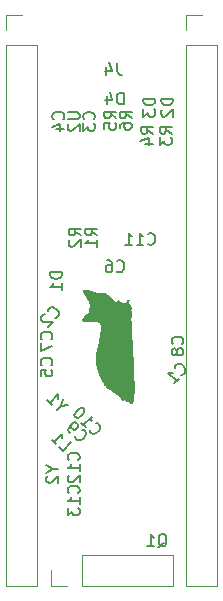
<source format=gbo>
G04 #@! TF.GenerationSoftware,KiCad,Pcbnew,7.0.10*
G04 #@! TF.CreationDate,2024-01-27T03:33:41-06:00*
G04 #@! TF.ProjectId,STM32H503CBT6,53544d33-3248-4353-9033-434254362e6b,rev?*
G04 #@! TF.SameCoordinates,Original*
G04 #@! TF.FileFunction,Legend,Bot*
G04 #@! TF.FilePolarity,Positive*
%FSLAX46Y46*%
G04 Gerber Fmt 4.6, Leading zero omitted, Abs format (unit mm)*
G04 Created by KiCad (PCBNEW 7.0.10) date 2024-01-27 03:33:41*
%MOMM*%
%LPD*%
G01*
G04 APERTURE LIST*
%ADD10C,0.150000*%
%ADD11C,0.120000*%
%ADD12C,0.010000*%
%ADD13O,1.400000X2.500000*%
%ADD14O,1.300000X2.300000*%
%ADD15R,1.700000X1.700000*%
%ADD16O,1.700000X1.700000*%
G04 APERTURE END LIST*
D10*
X89600357Y-89221605D02*
X89263639Y-89558323D01*
X90206448Y-89086918D02*
X89600357Y-89221605D01*
X89600357Y-89221605D02*
X89735044Y-88615514D01*
X88421846Y-88716529D02*
X88825907Y-89120590D01*
X88623876Y-88918559D02*
X89330983Y-88211453D01*
X89330983Y-88211453D02*
X89297311Y-88379811D01*
X89297311Y-88379811D02*
X89297311Y-88514498D01*
X89297311Y-88514498D02*
X89330983Y-88615514D01*
X94254819Y-64833333D02*
X93778628Y-64500000D01*
X94254819Y-64261905D02*
X93254819Y-64261905D01*
X93254819Y-64261905D02*
X93254819Y-64642857D01*
X93254819Y-64642857D02*
X93302438Y-64738095D01*
X93302438Y-64738095D02*
X93350057Y-64785714D01*
X93350057Y-64785714D02*
X93445295Y-64833333D01*
X93445295Y-64833333D02*
X93588152Y-64833333D01*
X93588152Y-64833333D02*
X93683390Y-64785714D01*
X93683390Y-64785714D02*
X93731009Y-64738095D01*
X93731009Y-64738095D02*
X93778628Y-64642857D01*
X93778628Y-64642857D02*
X93778628Y-64261905D01*
X93254819Y-65738095D02*
X93254819Y-65261905D01*
X93254819Y-65261905D02*
X93731009Y-65214286D01*
X93731009Y-65214286D02*
X93683390Y-65261905D01*
X93683390Y-65261905D02*
X93635771Y-65357143D01*
X93635771Y-65357143D02*
X93635771Y-65595238D01*
X93635771Y-65595238D02*
X93683390Y-65690476D01*
X93683390Y-65690476D02*
X93731009Y-65738095D01*
X93731009Y-65738095D02*
X93826247Y-65785714D01*
X93826247Y-65785714D02*
X94064342Y-65785714D01*
X94064342Y-65785714D02*
X94159580Y-65738095D01*
X94159580Y-65738095D02*
X94207200Y-65690476D01*
X94207200Y-65690476D02*
X94254819Y-65595238D01*
X94254819Y-65595238D02*
X94254819Y-65357143D01*
X94254819Y-65357143D02*
X94207200Y-65261905D01*
X94207200Y-65261905D02*
X94159580Y-65214286D01*
X99859580Y-83933333D02*
X99907200Y-83885714D01*
X99907200Y-83885714D02*
X99954819Y-83742857D01*
X99954819Y-83742857D02*
X99954819Y-83647619D01*
X99954819Y-83647619D02*
X99907200Y-83504762D01*
X99907200Y-83504762D02*
X99811961Y-83409524D01*
X99811961Y-83409524D02*
X99716723Y-83361905D01*
X99716723Y-83361905D02*
X99526247Y-83314286D01*
X99526247Y-83314286D02*
X99383390Y-83314286D01*
X99383390Y-83314286D02*
X99192914Y-83361905D01*
X99192914Y-83361905D02*
X99097676Y-83409524D01*
X99097676Y-83409524D02*
X99002438Y-83504762D01*
X99002438Y-83504762D02*
X98954819Y-83647619D01*
X98954819Y-83647619D02*
X98954819Y-83742857D01*
X98954819Y-83742857D02*
X99002438Y-83885714D01*
X99002438Y-83885714D02*
X99050057Y-83933333D01*
X99383390Y-84504762D02*
X99335771Y-84409524D01*
X99335771Y-84409524D02*
X99288152Y-84361905D01*
X99288152Y-84361905D02*
X99192914Y-84314286D01*
X99192914Y-84314286D02*
X99145295Y-84314286D01*
X99145295Y-84314286D02*
X99050057Y-84361905D01*
X99050057Y-84361905D02*
X99002438Y-84409524D01*
X99002438Y-84409524D02*
X98954819Y-84504762D01*
X98954819Y-84504762D02*
X98954819Y-84695238D01*
X98954819Y-84695238D02*
X99002438Y-84790476D01*
X99002438Y-84790476D02*
X99050057Y-84838095D01*
X99050057Y-84838095D02*
X99145295Y-84885714D01*
X99145295Y-84885714D02*
X99192914Y-84885714D01*
X99192914Y-84885714D02*
X99288152Y-84838095D01*
X99288152Y-84838095D02*
X99335771Y-84790476D01*
X99335771Y-84790476D02*
X99383390Y-84695238D01*
X99383390Y-84695238D02*
X99383390Y-84504762D01*
X99383390Y-84504762D02*
X99431009Y-84409524D01*
X99431009Y-84409524D02*
X99478628Y-84361905D01*
X99478628Y-84361905D02*
X99573866Y-84314286D01*
X99573866Y-84314286D02*
X99764342Y-84314286D01*
X99764342Y-84314286D02*
X99859580Y-84361905D01*
X99859580Y-84361905D02*
X99907200Y-84409524D01*
X99907200Y-84409524D02*
X99954819Y-84504762D01*
X99954819Y-84504762D02*
X99954819Y-84695238D01*
X99954819Y-84695238D02*
X99907200Y-84790476D01*
X99907200Y-84790476D02*
X99859580Y-84838095D01*
X99859580Y-84838095D02*
X99764342Y-84885714D01*
X99764342Y-84885714D02*
X99573866Y-84885714D01*
X99573866Y-84885714D02*
X99478628Y-84838095D01*
X99478628Y-84838095D02*
X99431009Y-84790476D01*
X99431009Y-84790476D02*
X99383390Y-84695238D01*
X99054819Y-63161905D02*
X98054819Y-63161905D01*
X98054819Y-63161905D02*
X98054819Y-63400000D01*
X98054819Y-63400000D02*
X98102438Y-63542857D01*
X98102438Y-63542857D02*
X98197676Y-63638095D01*
X98197676Y-63638095D02*
X98292914Y-63685714D01*
X98292914Y-63685714D02*
X98483390Y-63733333D01*
X98483390Y-63733333D02*
X98626247Y-63733333D01*
X98626247Y-63733333D02*
X98816723Y-63685714D01*
X98816723Y-63685714D02*
X98911961Y-63638095D01*
X98911961Y-63638095D02*
X99007200Y-63542857D01*
X99007200Y-63542857D02*
X99054819Y-63400000D01*
X99054819Y-63400000D02*
X99054819Y-63161905D01*
X98150057Y-64114286D02*
X98102438Y-64161905D01*
X98102438Y-64161905D02*
X98054819Y-64257143D01*
X98054819Y-64257143D02*
X98054819Y-64495238D01*
X98054819Y-64495238D02*
X98102438Y-64590476D01*
X98102438Y-64590476D02*
X98150057Y-64638095D01*
X98150057Y-64638095D02*
X98245295Y-64685714D01*
X98245295Y-64685714D02*
X98340533Y-64685714D01*
X98340533Y-64685714D02*
X98483390Y-64638095D01*
X98483390Y-64638095D02*
X99054819Y-64066667D01*
X99054819Y-64066667D02*
X99054819Y-64685714D01*
X97554819Y-63161905D02*
X96554819Y-63161905D01*
X96554819Y-63161905D02*
X96554819Y-63400000D01*
X96554819Y-63400000D02*
X96602438Y-63542857D01*
X96602438Y-63542857D02*
X96697676Y-63638095D01*
X96697676Y-63638095D02*
X96792914Y-63685714D01*
X96792914Y-63685714D02*
X96983390Y-63733333D01*
X96983390Y-63733333D02*
X97126247Y-63733333D01*
X97126247Y-63733333D02*
X97316723Y-63685714D01*
X97316723Y-63685714D02*
X97411961Y-63638095D01*
X97411961Y-63638095D02*
X97507200Y-63542857D01*
X97507200Y-63542857D02*
X97554819Y-63400000D01*
X97554819Y-63400000D02*
X97554819Y-63161905D01*
X96554819Y-64066667D02*
X96554819Y-64685714D01*
X96554819Y-64685714D02*
X96935771Y-64352381D01*
X96935771Y-64352381D02*
X96935771Y-64495238D01*
X96935771Y-64495238D02*
X96983390Y-64590476D01*
X96983390Y-64590476D02*
X97031009Y-64638095D01*
X97031009Y-64638095D02*
X97126247Y-64685714D01*
X97126247Y-64685714D02*
X97364342Y-64685714D01*
X97364342Y-64685714D02*
X97459580Y-64638095D01*
X97459580Y-64638095D02*
X97507200Y-64590476D01*
X97507200Y-64590476D02*
X97554819Y-64495238D01*
X97554819Y-64495238D02*
X97554819Y-64209524D01*
X97554819Y-64209524D02*
X97507200Y-64114286D01*
X97507200Y-64114286D02*
X97459580Y-64066667D01*
X90154819Y-64338095D02*
X90964342Y-64338095D01*
X90964342Y-64338095D02*
X91059580Y-64385714D01*
X91059580Y-64385714D02*
X91107200Y-64433333D01*
X91107200Y-64433333D02*
X91154819Y-64528571D01*
X91154819Y-64528571D02*
X91154819Y-64719047D01*
X91154819Y-64719047D02*
X91107200Y-64814285D01*
X91107200Y-64814285D02*
X91059580Y-64861904D01*
X91059580Y-64861904D02*
X90964342Y-64909523D01*
X90964342Y-64909523D02*
X90154819Y-64909523D01*
X90250057Y-65338095D02*
X90202438Y-65385714D01*
X90202438Y-65385714D02*
X90154819Y-65480952D01*
X90154819Y-65480952D02*
X90154819Y-65719047D01*
X90154819Y-65719047D02*
X90202438Y-65814285D01*
X90202438Y-65814285D02*
X90250057Y-65861904D01*
X90250057Y-65861904D02*
X90345295Y-65909523D01*
X90345295Y-65909523D02*
X90440533Y-65909523D01*
X90440533Y-65909523D02*
X90583390Y-65861904D01*
X90583390Y-65861904D02*
X91154819Y-65290476D01*
X91154819Y-65290476D02*
X91154819Y-65909523D01*
X91059580Y-96557142D02*
X91107200Y-96509523D01*
X91107200Y-96509523D02*
X91154819Y-96366666D01*
X91154819Y-96366666D02*
X91154819Y-96271428D01*
X91154819Y-96271428D02*
X91107200Y-96128571D01*
X91107200Y-96128571D02*
X91011961Y-96033333D01*
X91011961Y-96033333D02*
X90916723Y-95985714D01*
X90916723Y-95985714D02*
X90726247Y-95938095D01*
X90726247Y-95938095D02*
X90583390Y-95938095D01*
X90583390Y-95938095D02*
X90392914Y-95985714D01*
X90392914Y-95985714D02*
X90297676Y-96033333D01*
X90297676Y-96033333D02*
X90202438Y-96128571D01*
X90202438Y-96128571D02*
X90154819Y-96271428D01*
X90154819Y-96271428D02*
X90154819Y-96366666D01*
X90154819Y-96366666D02*
X90202438Y-96509523D01*
X90202438Y-96509523D02*
X90250057Y-96557142D01*
X91154819Y-97509523D02*
X91154819Y-96938095D01*
X91154819Y-97223809D02*
X90154819Y-97223809D01*
X90154819Y-97223809D02*
X90297676Y-97128571D01*
X90297676Y-97128571D02*
X90392914Y-97033333D01*
X90392914Y-97033333D02*
X90440533Y-96938095D01*
X90154819Y-97842857D02*
X90154819Y-98461904D01*
X90154819Y-98461904D02*
X90535771Y-98128571D01*
X90535771Y-98128571D02*
X90535771Y-98271428D01*
X90535771Y-98271428D02*
X90583390Y-98366666D01*
X90583390Y-98366666D02*
X90631009Y-98414285D01*
X90631009Y-98414285D02*
X90726247Y-98461904D01*
X90726247Y-98461904D02*
X90964342Y-98461904D01*
X90964342Y-98461904D02*
X91059580Y-98414285D01*
X91059580Y-98414285D02*
X91107200Y-98366666D01*
X91107200Y-98366666D02*
X91154819Y-98271428D01*
X91154819Y-98271428D02*
X91154819Y-97985714D01*
X91154819Y-97985714D02*
X91107200Y-97890476D01*
X91107200Y-97890476D02*
X91059580Y-97842857D01*
X97795238Y-101150057D02*
X97890476Y-101102438D01*
X97890476Y-101102438D02*
X97985714Y-101007200D01*
X97985714Y-101007200D02*
X98128571Y-100864342D01*
X98128571Y-100864342D02*
X98223809Y-100816723D01*
X98223809Y-100816723D02*
X98319047Y-100816723D01*
X98271428Y-101054819D02*
X98366666Y-101007200D01*
X98366666Y-101007200D02*
X98461904Y-100911961D01*
X98461904Y-100911961D02*
X98509523Y-100721485D01*
X98509523Y-100721485D02*
X98509523Y-100388152D01*
X98509523Y-100388152D02*
X98461904Y-100197676D01*
X98461904Y-100197676D02*
X98366666Y-100102438D01*
X98366666Y-100102438D02*
X98271428Y-100054819D01*
X98271428Y-100054819D02*
X98080952Y-100054819D01*
X98080952Y-100054819D02*
X97985714Y-100102438D01*
X97985714Y-100102438D02*
X97890476Y-100197676D01*
X97890476Y-100197676D02*
X97842857Y-100388152D01*
X97842857Y-100388152D02*
X97842857Y-100721485D01*
X97842857Y-100721485D02*
X97890476Y-100911961D01*
X97890476Y-100911961D02*
X97985714Y-101007200D01*
X97985714Y-101007200D02*
X98080952Y-101054819D01*
X98080952Y-101054819D02*
X98271428Y-101054819D01*
X96890476Y-101054819D02*
X97461904Y-101054819D01*
X97176190Y-101054819D02*
X97176190Y-100054819D01*
X97176190Y-100054819D02*
X97271428Y-100197676D01*
X97271428Y-100197676D02*
X97366666Y-100292914D01*
X97366666Y-100292914D02*
X97461904Y-100340533D01*
X94888094Y-63654819D02*
X94888094Y-62654819D01*
X94888094Y-62654819D02*
X94649999Y-62654819D01*
X94649999Y-62654819D02*
X94507142Y-62702438D01*
X94507142Y-62702438D02*
X94411904Y-62797676D01*
X94411904Y-62797676D02*
X94364285Y-62892914D01*
X94364285Y-62892914D02*
X94316666Y-63083390D01*
X94316666Y-63083390D02*
X94316666Y-63226247D01*
X94316666Y-63226247D02*
X94364285Y-63416723D01*
X94364285Y-63416723D02*
X94411904Y-63511961D01*
X94411904Y-63511961D02*
X94507142Y-63607200D01*
X94507142Y-63607200D02*
X94649999Y-63654819D01*
X94649999Y-63654819D02*
X94888094Y-63654819D01*
X93459523Y-62988152D02*
X93459523Y-63654819D01*
X93697618Y-62607200D02*
X93935713Y-63321485D01*
X93935713Y-63321485D02*
X93316666Y-63321485D01*
X91254819Y-74753333D02*
X90778628Y-74420000D01*
X91254819Y-74181905D02*
X90254819Y-74181905D01*
X90254819Y-74181905D02*
X90254819Y-74562857D01*
X90254819Y-74562857D02*
X90302438Y-74658095D01*
X90302438Y-74658095D02*
X90350057Y-74705714D01*
X90350057Y-74705714D02*
X90445295Y-74753333D01*
X90445295Y-74753333D02*
X90588152Y-74753333D01*
X90588152Y-74753333D02*
X90683390Y-74705714D01*
X90683390Y-74705714D02*
X90731009Y-74658095D01*
X90731009Y-74658095D02*
X90778628Y-74562857D01*
X90778628Y-74562857D02*
X90778628Y-74181905D01*
X90350057Y-75134286D02*
X90302438Y-75181905D01*
X90302438Y-75181905D02*
X90254819Y-75277143D01*
X90254819Y-75277143D02*
X90254819Y-75515238D01*
X90254819Y-75515238D02*
X90302438Y-75610476D01*
X90302438Y-75610476D02*
X90350057Y-75658095D01*
X90350057Y-75658095D02*
X90445295Y-75705714D01*
X90445295Y-75705714D02*
X90540533Y-75705714D01*
X90540533Y-75705714D02*
X90683390Y-75658095D01*
X90683390Y-75658095D02*
X91254819Y-75086667D01*
X91254819Y-75086667D02*
X91254819Y-75705714D01*
X92359580Y-64933333D02*
X92407200Y-64885714D01*
X92407200Y-64885714D02*
X92454819Y-64742857D01*
X92454819Y-64742857D02*
X92454819Y-64647619D01*
X92454819Y-64647619D02*
X92407200Y-64504762D01*
X92407200Y-64504762D02*
X92311961Y-64409524D01*
X92311961Y-64409524D02*
X92216723Y-64361905D01*
X92216723Y-64361905D02*
X92026247Y-64314286D01*
X92026247Y-64314286D02*
X91883390Y-64314286D01*
X91883390Y-64314286D02*
X91692914Y-64361905D01*
X91692914Y-64361905D02*
X91597676Y-64409524D01*
X91597676Y-64409524D02*
X91502438Y-64504762D01*
X91502438Y-64504762D02*
X91454819Y-64647619D01*
X91454819Y-64647619D02*
X91454819Y-64742857D01*
X91454819Y-64742857D02*
X91502438Y-64885714D01*
X91502438Y-64885714D02*
X91550057Y-64933333D01*
X91454819Y-65266667D02*
X91454819Y-65885714D01*
X91454819Y-65885714D02*
X91835771Y-65552381D01*
X91835771Y-65552381D02*
X91835771Y-65695238D01*
X91835771Y-65695238D02*
X91883390Y-65790476D01*
X91883390Y-65790476D02*
X91931009Y-65838095D01*
X91931009Y-65838095D02*
X92026247Y-65885714D01*
X92026247Y-65885714D02*
X92264342Y-65885714D01*
X92264342Y-65885714D02*
X92359580Y-65838095D01*
X92359580Y-65838095D02*
X92407200Y-65790476D01*
X92407200Y-65790476D02*
X92454819Y-65695238D01*
X92454819Y-65695238D02*
X92454819Y-65409524D01*
X92454819Y-65409524D02*
X92407200Y-65314286D01*
X92407200Y-65314286D02*
X92359580Y-65266667D01*
X90763588Y-91772112D02*
X90763588Y-91839456D01*
X90763588Y-91839456D02*
X90830932Y-91974143D01*
X90830932Y-91974143D02*
X90898275Y-92041486D01*
X90898275Y-92041486D02*
X91032962Y-92108830D01*
X91032962Y-92108830D02*
X91167649Y-92108830D01*
X91167649Y-92108830D02*
X91268664Y-92075158D01*
X91268664Y-92075158D02*
X91437023Y-91974143D01*
X91437023Y-91974143D02*
X91538038Y-91873128D01*
X91538038Y-91873128D02*
X91639054Y-91704769D01*
X91639054Y-91704769D02*
X91672725Y-91603754D01*
X91672725Y-91603754D02*
X91672725Y-91469067D01*
X91672725Y-91469067D02*
X91605382Y-91334380D01*
X91605382Y-91334380D02*
X91538038Y-91267036D01*
X91538038Y-91267036D02*
X91403351Y-91199693D01*
X91403351Y-91199693D02*
X91336008Y-91199693D01*
X90359527Y-91502738D02*
X90224840Y-91368051D01*
X90224840Y-91368051D02*
X90191168Y-91267036D01*
X90191168Y-91267036D02*
X90191168Y-91199693D01*
X90191168Y-91199693D02*
X90224840Y-91031334D01*
X90224840Y-91031334D02*
X90325855Y-90862975D01*
X90325855Y-90862975D02*
X90595229Y-90593601D01*
X90595229Y-90593601D02*
X90696245Y-90559929D01*
X90696245Y-90559929D02*
X90763588Y-90559929D01*
X90763588Y-90559929D02*
X90864603Y-90593601D01*
X90864603Y-90593601D02*
X90999290Y-90728288D01*
X90999290Y-90728288D02*
X91032962Y-90829303D01*
X91032962Y-90829303D02*
X91032962Y-90896647D01*
X91032962Y-90896647D02*
X90999290Y-90997662D01*
X90999290Y-90997662D02*
X90830932Y-91166021D01*
X90830932Y-91166021D02*
X90729916Y-91199693D01*
X90729916Y-91199693D02*
X90662573Y-91199693D01*
X90662573Y-91199693D02*
X90561558Y-91166021D01*
X90561558Y-91166021D02*
X90426871Y-91031334D01*
X90426871Y-91031334D02*
X90393199Y-90930319D01*
X90393199Y-90930319D02*
X90393199Y-90862975D01*
X90393199Y-90862975D02*
X90426871Y-90761960D01*
X88759580Y-83533333D02*
X88807200Y-83485714D01*
X88807200Y-83485714D02*
X88854819Y-83342857D01*
X88854819Y-83342857D02*
X88854819Y-83247619D01*
X88854819Y-83247619D02*
X88807200Y-83104762D01*
X88807200Y-83104762D02*
X88711961Y-83009524D01*
X88711961Y-83009524D02*
X88616723Y-82961905D01*
X88616723Y-82961905D02*
X88426247Y-82914286D01*
X88426247Y-82914286D02*
X88283390Y-82914286D01*
X88283390Y-82914286D02*
X88092914Y-82961905D01*
X88092914Y-82961905D02*
X87997676Y-83009524D01*
X87997676Y-83009524D02*
X87902438Y-83104762D01*
X87902438Y-83104762D02*
X87854819Y-83247619D01*
X87854819Y-83247619D02*
X87854819Y-83342857D01*
X87854819Y-83342857D02*
X87902438Y-83485714D01*
X87902438Y-83485714D02*
X87950057Y-83533333D01*
X87854819Y-83866667D02*
X87854819Y-84533333D01*
X87854819Y-84533333D02*
X88854819Y-84104762D01*
X91059580Y-93757142D02*
X91107200Y-93709523D01*
X91107200Y-93709523D02*
X91154819Y-93566666D01*
X91154819Y-93566666D02*
X91154819Y-93471428D01*
X91154819Y-93471428D02*
X91107200Y-93328571D01*
X91107200Y-93328571D02*
X91011961Y-93233333D01*
X91011961Y-93233333D02*
X90916723Y-93185714D01*
X90916723Y-93185714D02*
X90726247Y-93138095D01*
X90726247Y-93138095D02*
X90583390Y-93138095D01*
X90583390Y-93138095D02*
X90392914Y-93185714D01*
X90392914Y-93185714D02*
X90297676Y-93233333D01*
X90297676Y-93233333D02*
X90202438Y-93328571D01*
X90202438Y-93328571D02*
X90154819Y-93471428D01*
X90154819Y-93471428D02*
X90154819Y-93566666D01*
X90154819Y-93566666D02*
X90202438Y-93709523D01*
X90202438Y-93709523D02*
X90250057Y-93757142D01*
X91154819Y-94709523D02*
X91154819Y-94138095D01*
X91154819Y-94423809D02*
X90154819Y-94423809D01*
X90154819Y-94423809D02*
X90297676Y-94328571D01*
X90297676Y-94328571D02*
X90392914Y-94233333D01*
X90392914Y-94233333D02*
X90440533Y-94138095D01*
X90250057Y-95090476D02*
X90202438Y-95138095D01*
X90202438Y-95138095D02*
X90154819Y-95233333D01*
X90154819Y-95233333D02*
X90154819Y-95471428D01*
X90154819Y-95471428D02*
X90202438Y-95566666D01*
X90202438Y-95566666D02*
X90250057Y-95614285D01*
X90250057Y-95614285D02*
X90345295Y-95661904D01*
X90345295Y-95661904D02*
X90440533Y-95661904D01*
X90440533Y-95661904D02*
X90583390Y-95614285D01*
X90583390Y-95614285D02*
X91154819Y-95042857D01*
X91154819Y-95042857D02*
X91154819Y-95661904D01*
X96942857Y-75459580D02*
X96990476Y-75507200D01*
X96990476Y-75507200D02*
X97133333Y-75554819D01*
X97133333Y-75554819D02*
X97228571Y-75554819D01*
X97228571Y-75554819D02*
X97371428Y-75507200D01*
X97371428Y-75507200D02*
X97466666Y-75411961D01*
X97466666Y-75411961D02*
X97514285Y-75316723D01*
X97514285Y-75316723D02*
X97561904Y-75126247D01*
X97561904Y-75126247D02*
X97561904Y-74983390D01*
X97561904Y-74983390D02*
X97514285Y-74792914D01*
X97514285Y-74792914D02*
X97466666Y-74697676D01*
X97466666Y-74697676D02*
X97371428Y-74602438D01*
X97371428Y-74602438D02*
X97228571Y-74554819D01*
X97228571Y-74554819D02*
X97133333Y-74554819D01*
X97133333Y-74554819D02*
X96990476Y-74602438D01*
X96990476Y-74602438D02*
X96942857Y-74650057D01*
X95990476Y-75554819D02*
X96561904Y-75554819D01*
X96276190Y-75554819D02*
X96276190Y-74554819D01*
X96276190Y-74554819D02*
X96371428Y-74697676D01*
X96371428Y-74697676D02*
X96466666Y-74792914D01*
X96466666Y-74792914D02*
X96561904Y-74840533D01*
X95038095Y-75554819D02*
X95609523Y-75554819D01*
X95323809Y-75554819D02*
X95323809Y-74554819D01*
X95323809Y-74554819D02*
X95419047Y-74697676D01*
X95419047Y-74697676D02*
X95514285Y-74792914D01*
X95514285Y-74792914D02*
X95609523Y-74840533D01*
X92000306Y-91208830D02*
X92000306Y-91276174D01*
X92000306Y-91276174D02*
X92067650Y-91410861D01*
X92067650Y-91410861D02*
X92134993Y-91478204D01*
X92134993Y-91478204D02*
X92269680Y-91545548D01*
X92269680Y-91545548D02*
X92404367Y-91545548D01*
X92404367Y-91545548D02*
X92505382Y-91511876D01*
X92505382Y-91511876D02*
X92673741Y-91410861D01*
X92673741Y-91410861D02*
X92774756Y-91309846D01*
X92774756Y-91309846D02*
X92875772Y-91141487D01*
X92875772Y-91141487D02*
X92909443Y-91040472D01*
X92909443Y-91040472D02*
X92909443Y-90905785D01*
X92909443Y-90905785D02*
X92842100Y-90771098D01*
X92842100Y-90771098D02*
X92774756Y-90703754D01*
X92774756Y-90703754D02*
X92640069Y-90636411D01*
X92640069Y-90636411D02*
X92572726Y-90636411D01*
X91259528Y-90602739D02*
X91663589Y-91006800D01*
X91461558Y-90804769D02*
X92168665Y-90097663D01*
X92168665Y-90097663D02*
X92134993Y-90266021D01*
X92134993Y-90266021D02*
X92134993Y-90400708D01*
X92134993Y-90400708D02*
X92168665Y-90501724D01*
X91528901Y-89457899D02*
X91461558Y-89390556D01*
X91461558Y-89390556D02*
X91360543Y-89356884D01*
X91360543Y-89356884D02*
X91293199Y-89356884D01*
X91293199Y-89356884D02*
X91192184Y-89390556D01*
X91192184Y-89390556D02*
X91023825Y-89491571D01*
X91023825Y-89491571D02*
X90855466Y-89659930D01*
X90855466Y-89659930D02*
X90754451Y-89828288D01*
X90754451Y-89828288D02*
X90720779Y-89929304D01*
X90720779Y-89929304D02*
X90720779Y-89996647D01*
X90720779Y-89996647D02*
X90754451Y-90097662D01*
X90754451Y-90097662D02*
X90821795Y-90165006D01*
X90821795Y-90165006D02*
X90922810Y-90198678D01*
X90922810Y-90198678D02*
X90990153Y-90198678D01*
X90990153Y-90198678D02*
X91091169Y-90165006D01*
X91091169Y-90165006D02*
X91259527Y-90063991D01*
X91259527Y-90063991D02*
X91427886Y-89895632D01*
X91427886Y-89895632D02*
X91528901Y-89727273D01*
X91528901Y-89727273D02*
X91562573Y-89626258D01*
X91562573Y-89626258D02*
X91562573Y-89558914D01*
X91562573Y-89558914D02*
X91528901Y-89457899D01*
X88878628Y-94523809D02*
X89354819Y-94523809D01*
X88354819Y-94190476D02*
X88878628Y-94523809D01*
X88878628Y-94523809D02*
X88354819Y-94857142D01*
X88450057Y-95142857D02*
X88402438Y-95190476D01*
X88402438Y-95190476D02*
X88354819Y-95285714D01*
X88354819Y-95285714D02*
X88354819Y-95523809D01*
X88354819Y-95523809D02*
X88402438Y-95619047D01*
X88402438Y-95619047D02*
X88450057Y-95666666D01*
X88450057Y-95666666D02*
X88545295Y-95714285D01*
X88545295Y-95714285D02*
X88640533Y-95714285D01*
X88640533Y-95714285D02*
X88783390Y-95666666D01*
X88783390Y-95666666D02*
X89354819Y-95095238D01*
X89354819Y-95095238D02*
X89354819Y-95714285D01*
X95554819Y-64833333D02*
X95078628Y-64500000D01*
X95554819Y-64261905D02*
X94554819Y-64261905D01*
X94554819Y-64261905D02*
X94554819Y-64642857D01*
X94554819Y-64642857D02*
X94602438Y-64738095D01*
X94602438Y-64738095D02*
X94650057Y-64785714D01*
X94650057Y-64785714D02*
X94745295Y-64833333D01*
X94745295Y-64833333D02*
X94888152Y-64833333D01*
X94888152Y-64833333D02*
X94983390Y-64785714D01*
X94983390Y-64785714D02*
X95031009Y-64738095D01*
X95031009Y-64738095D02*
X95078628Y-64642857D01*
X95078628Y-64642857D02*
X95078628Y-64261905D01*
X94554819Y-65690476D02*
X94554819Y-65500000D01*
X94554819Y-65500000D02*
X94602438Y-65404762D01*
X94602438Y-65404762D02*
X94650057Y-65357143D01*
X94650057Y-65357143D02*
X94792914Y-65261905D01*
X94792914Y-65261905D02*
X94983390Y-65214286D01*
X94983390Y-65214286D02*
X95364342Y-65214286D01*
X95364342Y-65214286D02*
X95459580Y-65261905D01*
X95459580Y-65261905D02*
X95507200Y-65309524D01*
X95507200Y-65309524D02*
X95554819Y-65404762D01*
X95554819Y-65404762D02*
X95554819Y-65595238D01*
X95554819Y-65595238D02*
X95507200Y-65690476D01*
X95507200Y-65690476D02*
X95459580Y-65738095D01*
X95459580Y-65738095D02*
X95364342Y-65785714D01*
X95364342Y-65785714D02*
X95126247Y-65785714D01*
X95126247Y-65785714D02*
X95031009Y-65738095D01*
X95031009Y-65738095D02*
X94983390Y-65690476D01*
X94983390Y-65690476D02*
X94935771Y-65595238D01*
X94935771Y-65595238D02*
X94935771Y-65404762D01*
X94935771Y-65404762D02*
X94983390Y-65309524D01*
X94983390Y-65309524D02*
X95031009Y-65261905D01*
X95031009Y-65261905D02*
X95126247Y-65214286D01*
X99772112Y-86536411D02*
X99839456Y-86536411D01*
X99839456Y-86536411D02*
X99974143Y-86469067D01*
X99974143Y-86469067D02*
X100041486Y-86401724D01*
X100041486Y-86401724D02*
X100108830Y-86267037D01*
X100108830Y-86267037D02*
X100108830Y-86132350D01*
X100108830Y-86132350D02*
X100075158Y-86031335D01*
X100075158Y-86031335D02*
X99974143Y-85862976D01*
X99974143Y-85862976D02*
X99873128Y-85761961D01*
X99873128Y-85761961D02*
X99704769Y-85660945D01*
X99704769Y-85660945D02*
X99603754Y-85627274D01*
X99603754Y-85627274D02*
X99469067Y-85627274D01*
X99469067Y-85627274D02*
X99334380Y-85694617D01*
X99334380Y-85694617D02*
X99267036Y-85761961D01*
X99267036Y-85761961D02*
X99199693Y-85896648D01*
X99199693Y-85896648D02*
X99199693Y-85963991D01*
X99166021Y-87277189D02*
X99570082Y-86873128D01*
X99368051Y-87075159D02*
X98660945Y-86368052D01*
X98660945Y-86368052D02*
X98829303Y-86401724D01*
X98829303Y-86401724D02*
X98963990Y-86401724D01*
X98963990Y-86401724D02*
X99065006Y-86368052D01*
X97354819Y-66133333D02*
X96878628Y-65800000D01*
X97354819Y-65561905D02*
X96354819Y-65561905D01*
X96354819Y-65561905D02*
X96354819Y-65942857D01*
X96354819Y-65942857D02*
X96402438Y-66038095D01*
X96402438Y-66038095D02*
X96450057Y-66085714D01*
X96450057Y-66085714D02*
X96545295Y-66133333D01*
X96545295Y-66133333D02*
X96688152Y-66133333D01*
X96688152Y-66133333D02*
X96783390Y-66085714D01*
X96783390Y-66085714D02*
X96831009Y-66038095D01*
X96831009Y-66038095D02*
X96878628Y-65942857D01*
X96878628Y-65942857D02*
X96878628Y-65561905D01*
X96688152Y-66990476D02*
X97354819Y-66990476D01*
X96307200Y-66752381D02*
X97021485Y-66514286D01*
X97021485Y-66514286D02*
X97021485Y-67133333D01*
X98954819Y-66123333D02*
X98478628Y-65790000D01*
X98954819Y-65551905D02*
X97954819Y-65551905D01*
X97954819Y-65551905D02*
X97954819Y-65932857D01*
X97954819Y-65932857D02*
X98002438Y-66028095D01*
X98002438Y-66028095D02*
X98050057Y-66075714D01*
X98050057Y-66075714D02*
X98145295Y-66123333D01*
X98145295Y-66123333D02*
X98288152Y-66123333D01*
X98288152Y-66123333D02*
X98383390Y-66075714D01*
X98383390Y-66075714D02*
X98431009Y-66028095D01*
X98431009Y-66028095D02*
X98478628Y-65932857D01*
X98478628Y-65932857D02*
X98478628Y-65551905D01*
X97954819Y-66456667D02*
X97954819Y-67075714D01*
X97954819Y-67075714D02*
X98335771Y-66742381D01*
X98335771Y-66742381D02*
X98335771Y-66885238D01*
X98335771Y-66885238D02*
X98383390Y-66980476D01*
X98383390Y-66980476D02*
X98431009Y-67028095D01*
X98431009Y-67028095D02*
X98526247Y-67075714D01*
X98526247Y-67075714D02*
X98764342Y-67075714D01*
X98764342Y-67075714D02*
X98859580Y-67028095D01*
X98859580Y-67028095D02*
X98907200Y-66980476D01*
X98907200Y-66980476D02*
X98954819Y-66885238D01*
X98954819Y-66885238D02*
X98954819Y-66599524D01*
X98954819Y-66599524D02*
X98907200Y-66504286D01*
X98907200Y-66504286D02*
X98859580Y-66456667D01*
X89759580Y-64913333D02*
X89807200Y-64865714D01*
X89807200Y-64865714D02*
X89854819Y-64722857D01*
X89854819Y-64722857D02*
X89854819Y-64627619D01*
X89854819Y-64627619D02*
X89807200Y-64484762D01*
X89807200Y-64484762D02*
X89711961Y-64389524D01*
X89711961Y-64389524D02*
X89616723Y-64341905D01*
X89616723Y-64341905D02*
X89426247Y-64294286D01*
X89426247Y-64294286D02*
X89283390Y-64294286D01*
X89283390Y-64294286D02*
X89092914Y-64341905D01*
X89092914Y-64341905D02*
X88997676Y-64389524D01*
X88997676Y-64389524D02*
X88902438Y-64484762D01*
X88902438Y-64484762D02*
X88854819Y-64627619D01*
X88854819Y-64627619D02*
X88854819Y-64722857D01*
X88854819Y-64722857D02*
X88902438Y-64865714D01*
X88902438Y-64865714D02*
X88950057Y-64913333D01*
X89188152Y-65770476D02*
X89854819Y-65770476D01*
X88807200Y-65532381D02*
X89521485Y-65294286D01*
X89521485Y-65294286D02*
X89521485Y-65913333D01*
X89396245Y-92639456D02*
X89732962Y-92976174D01*
X89732962Y-92976174D02*
X90440069Y-92269067D01*
X88790153Y-92033364D02*
X89194214Y-92437425D01*
X88992184Y-92235395D02*
X89699290Y-91528288D01*
X89699290Y-91528288D02*
X89665619Y-91696647D01*
X89665619Y-91696647D02*
X89665619Y-91831334D01*
X89665619Y-91831334D02*
X89699290Y-91932349D01*
X89072112Y-81736411D02*
X89139456Y-81736411D01*
X89139456Y-81736411D02*
X89274143Y-81669067D01*
X89274143Y-81669067D02*
X89341486Y-81601724D01*
X89341486Y-81601724D02*
X89408830Y-81467037D01*
X89408830Y-81467037D02*
X89408830Y-81332350D01*
X89408830Y-81332350D02*
X89375158Y-81231335D01*
X89375158Y-81231335D02*
X89274143Y-81062976D01*
X89274143Y-81062976D02*
X89173128Y-80961961D01*
X89173128Y-80961961D02*
X89004769Y-80860945D01*
X89004769Y-80860945D02*
X88903754Y-80827274D01*
X88903754Y-80827274D02*
X88769067Y-80827274D01*
X88769067Y-80827274D02*
X88634380Y-80894617D01*
X88634380Y-80894617D02*
X88567036Y-80961961D01*
X88567036Y-80961961D02*
X88499693Y-81096648D01*
X88499693Y-81096648D02*
X88499693Y-81163991D01*
X88230319Y-81433365D02*
X88162975Y-81433365D01*
X88162975Y-81433365D02*
X88061960Y-81467037D01*
X88061960Y-81467037D02*
X87893601Y-81635396D01*
X87893601Y-81635396D02*
X87859929Y-81736411D01*
X87859929Y-81736411D02*
X87859929Y-81803754D01*
X87859929Y-81803754D02*
X87893601Y-81904770D01*
X87893601Y-81904770D02*
X87960945Y-81972113D01*
X87960945Y-81972113D02*
X88095632Y-82039457D01*
X88095632Y-82039457D02*
X88903754Y-82039457D01*
X88903754Y-82039457D02*
X88466021Y-82477189D01*
X89654819Y-77861905D02*
X88654819Y-77861905D01*
X88654819Y-77861905D02*
X88654819Y-78100000D01*
X88654819Y-78100000D02*
X88702438Y-78242857D01*
X88702438Y-78242857D02*
X88797676Y-78338095D01*
X88797676Y-78338095D02*
X88892914Y-78385714D01*
X88892914Y-78385714D02*
X89083390Y-78433333D01*
X89083390Y-78433333D02*
X89226247Y-78433333D01*
X89226247Y-78433333D02*
X89416723Y-78385714D01*
X89416723Y-78385714D02*
X89511961Y-78338095D01*
X89511961Y-78338095D02*
X89607200Y-78242857D01*
X89607200Y-78242857D02*
X89654819Y-78100000D01*
X89654819Y-78100000D02*
X89654819Y-77861905D01*
X89654819Y-79385714D02*
X89654819Y-78814286D01*
X89654819Y-79100000D02*
X88654819Y-79100000D01*
X88654819Y-79100000D02*
X88797676Y-79004762D01*
X88797676Y-79004762D02*
X88892914Y-78909524D01*
X88892914Y-78909524D02*
X88940533Y-78814286D01*
X92654819Y-74753333D02*
X92178628Y-74420000D01*
X92654819Y-74181905D02*
X91654819Y-74181905D01*
X91654819Y-74181905D02*
X91654819Y-74562857D01*
X91654819Y-74562857D02*
X91702438Y-74658095D01*
X91702438Y-74658095D02*
X91750057Y-74705714D01*
X91750057Y-74705714D02*
X91845295Y-74753333D01*
X91845295Y-74753333D02*
X91988152Y-74753333D01*
X91988152Y-74753333D02*
X92083390Y-74705714D01*
X92083390Y-74705714D02*
X92131009Y-74658095D01*
X92131009Y-74658095D02*
X92178628Y-74562857D01*
X92178628Y-74562857D02*
X92178628Y-74181905D01*
X92654819Y-75705714D02*
X92654819Y-75134286D01*
X92654819Y-75420000D02*
X91654819Y-75420000D01*
X91654819Y-75420000D02*
X91797676Y-75324762D01*
X91797676Y-75324762D02*
X91892914Y-75229524D01*
X91892914Y-75229524D02*
X91940533Y-75134286D01*
X94316666Y-77759580D02*
X94364285Y-77807200D01*
X94364285Y-77807200D02*
X94507142Y-77854819D01*
X94507142Y-77854819D02*
X94602380Y-77854819D01*
X94602380Y-77854819D02*
X94745237Y-77807200D01*
X94745237Y-77807200D02*
X94840475Y-77711961D01*
X94840475Y-77711961D02*
X94888094Y-77616723D01*
X94888094Y-77616723D02*
X94935713Y-77426247D01*
X94935713Y-77426247D02*
X94935713Y-77283390D01*
X94935713Y-77283390D02*
X94888094Y-77092914D01*
X94888094Y-77092914D02*
X94840475Y-76997676D01*
X94840475Y-76997676D02*
X94745237Y-76902438D01*
X94745237Y-76902438D02*
X94602380Y-76854819D01*
X94602380Y-76854819D02*
X94507142Y-76854819D01*
X94507142Y-76854819D02*
X94364285Y-76902438D01*
X94364285Y-76902438D02*
X94316666Y-76950057D01*
X93459523Y-76854819D02*
X93649999Y-76854819D01*
X93649999Y-76854819D02*
X93745237Y-76902438D01*
X93745237Y-76902438D02*
X93792856Y-76950057D01*
X93792856Y-76950057D02*
X93888094Y-77092914D01*
X93888094Y-77092914D02*
X93935713Y-77283390D01*
X93935713Y-77283390D02*
X93935713Y-77664342D01*
X93935713Y-77664342D02*
X93888094Y-77759580D01*
X93888094Y-77759580D02*
X93840475Y-77807200D01*
X93840475Y-77807200D02*
X93745237Y-77854819D01*
X93745237Y-77854819D02*
X93554761Y-77854819D01*
X93554761Y-77854819D02*
X93459523Y-77807200D01*
X93459523Y-77807200D02*
X93411904Y-77759580D01*
X93411904Y-77759580D02*
X93364285Y-77664342D01*
X93364285Y-77664342D02*
X93364285Y-77426247D01*
X93364285Y-77426247D02*
X93411904Y-77331009D01*
X93411904Y-77331009D02*
X93459523Y-77283390D01*
X93459523Y-77283390D02*
X93554761Y-77235771D01*
X93554761Y-77235771D02*
X93745237Y-77235771D01*
X93745237Y-77235771D02*
X93840475Y-77283390D01*
X93840475Y-77283390D02*
X93888094Y-77331009D01*
X93888094Y-77331009D02*
X93935713Y-77426247D01*
X94333333Y-60154819D02*
X94333333Y-60869104D01*
X94333333Y-60869104D02*
X94380952Y-61011961D01*
X94380952Y-61011961D02*
X94476190Y-61107200D01*
X94476190Y-61107200D02*
X94619047Y-61154819D01*
X94619047Y-61154819D02*
X94714285Y-61154819D01*
X93428571Y-60488152D02*
X93428571Y-61154819D01*
X93666666Y-60107200D02*
X93904761Y-60821485D01*
X93904761Y-60821485D02*
X93285714Y-60821485D01*
X88759580Y-85733333D02*
X88807200Y-85685714D01*
X88807200Y-85685714D02*
X88854819Y-85542857D01*
X88854819Y-85542857D02*
X88854819Y-85447619D01*
X88854819Y-85447619D02*
X88807200Y-85304762D01*
X88807200Y-85304762D02*
X88711961Y-85209524D01*
X88711961Y-85209524D02*
X88616723Y-85161905D01*
X88616723Y-85161905D02*
X88426247Y-85114286D01*
X88426247Y-85114286D02*
X88283390Y-85114286D01*
X88283390Y-85114286D02*
X88092914Y-85161905D01*
X88092914Y-85161905D02*
X87997676Y-85209524D01*
X87997676Y-85209524D02*
X87902438Y-85304762D01*
X87902438Y-85304762D02*
X87854819Y-85447619D01*
X87854819Y-85447619D02*
X87854819Y-85542857D01*
X87854819Y-85542857D02*
X87902438Y-85685714D01*
X87902438Y-85685714D02*
X87950057Y-85733333D01*
X87854819Y-86638095D02*
X87854819Y-86161905D01*
X87854819Y-86161905D02*
X88331009Y-86114286D01*
X88331009Y-86114286D02*
X88283390Y-86161905D01*
X88283390Y-86161905D02*
X88235771Y-86257143D01*
X88235771Y-86257143D02*
X88235771Y-86495238D01*
X88235771Y-86495238D02*
X88283390Y-86590476D01*
X88283390Y-86590476D02*
X88331009Y-86638095D01*
X88331009Y-86638095D02*
X88426247Y-86685714D01*
X88426247Y-86685714D02*
X88664342Y-86685714D01*
X88664342Y-86685714D02*
X88759580Y-86638095D01*
X88759580Y-86638095D02*
X88807200Y-86590476D01*
X88807200Y-86590476D02*
X88854819Y-86495238D01*
X88854819Y-86495238D02*
X88854819Y-86257143D01*
X88854819Y-86257143D02*
X88807200Y-86161905D01*
X88807200Y-86161905D02*
X88759580Y-86114286D01*
D11*
X99030000Y-101770000D02*
X99030000Y-104430000D01*
X91350000Y-101770000D02*
X99030000Y-101770000D01*
X91350000Y-101770000D02*
X91350000Y-104430000D01*
X88750000Y-103100000D02*
X88750000Y-104430000D01*
X91350000Y-104430000D02*
X99030000Y-104430000D01*
X88750000Y-104430000D02*
X90080000Y-104430000D01*
D12*
X95588444Y-84719667D02*
X95574333Y-84733778D01*
X95560222Y-84719667D01*
X95574333Y-84705556D01*
X95588444Y-84719667D01*
G36*
X95588444Y-84719667D02*
G01*
X95574333Y-84733778D01*
X95560222Y-84719667D01*
X95574333Y-84705556D01*
X95588444Y-84719667D01*
G37*
X91822496Y-79368209D02*
X91832254Y-79369688D01*
X91950365Y-79391379D01*
X92056134Y-79416888D01*
X92127704Y-79441001D01*
X92133902Y-79443457D01*
X92333964Y-79522725D01*
X92598893Y-79589992D01*
X92893222Y-79624375D01*
X93040400Y-79636912D01*
X93210959Y-79665281D01*
X93361455Y-79712031D01*
X93502411Y-79782709D01*
X93644347Y-79882862D01*
X93660598Y-79897179D01*
X93797786Y-80018038D01*
X93973249Y-80193783D01*
X94019626Y-80240565D01*
X94101802Y-80316082D01*
X94168523Y-80368151D01*
X94208596Y-80387556D01*
X94259659Y-80366872D01*
X94313402Y-80317000D01*
X94344669Y-80279985D01*
X94387136Y-80251920D01*
X94429692Y-80268546D01*
X94487777Y-80331111D01*
X94499603Y-80344634D01*
X94558638Y-80395281D01*
X94608813Y-80415778D01*
X94610053Y-80415790D01*
X94671031Y-80429083D01*
X94745206Y-80459884D01*
X94818677Y-80486762D01*
X94866128Y-80474421D01*
X94870810Y-80471001D01*
X94927241Y-80448018D01*
X95005975Y-80431509D01*
X95070022Y-80421683D01*
X95131754Y-80400329D01*
X95158998Y-80361375D01*
X95160447Y-80345222D01*
X95193333Y-80345222D01*
X95207444Y-80359334D01*
X95221555Y-80345222D01*
X95207444Y-80331111D01*
X95193333Y-80345222D01*
X95160447Y-80345222D01*
X95165111Y-80293211D01*
X95168570Y-80238639D01*
X95191272Y-80208656D01*
X95207444Y-80207133D01*
X95249685Y-80203155D01*
X95250592Y-80203166D01*
X95309742Y-80212224D01*
X95334352Y-80232334D01*
X95332022Y-80242530D01*
X95299645Y-80260556D01*
X95291261Y-80263497D01*
X95265343Y-80302858D01*
X95245646Y-80373445D01*
X95237839Y-80439937D01*
X95248482Y-80493172D01*
X95287501Y-80535095D01*
X95298705Y-80545478D01*
X95324495Y-80569377D01*
X95328671Y-80584484D01*
X95326163Y-80586098D01*
X95339213Y-80613110D01*
X95380029Y-80662722D01*
X95385557Y-80668747D01*
X95445005Y-80733740D01*
X95491635Y-80785034D01*
X95491835Y-80785257D01*
X95517504Y-80832810D01*
X95531084Y-80893602D01*
X95532223Y-80950620D01*
X95520571Y-80986854D01*
X95495775Y-80985292D01*
X95474409Y-80972967D01*
X95418164Y-80982044D01*
X95403010Y-80993422D01*
X95397425Y-81019087D01*
X95435550Y-81058041D01*
X95460357Y-81083731D01*
X95482261Y-81130205D01*
X95494228Y-81203698D01*
X95499879Y-81318889D01*
X95500930Y-81369398D01*
X95498035Y-81558533D01*
X95482559Y-81695643D01*
X95454058Y-81783271D01*
X95412091Y-81823963D01*
X95374201Y-81840858D01*
X95374745Y-81861280D01*
X95415819Y-81902432D01*
X95453756Y-81953658D01*
X95476860Y-82041404D01*
X95476595Y-82223622D01*
X95477733Y-82451306D01*
X95480568Y-82637849D01*
X95485007Y-82779429D01*
X95490955Y-82872224D01*
X95498318Y-82912412D01*
X95500095Y-82916619D01*
X95508963Y-82965914D01*
X95519105Y-83057583D01*
X95529403Y-83180282D01*
X95538740Y-83322667D01*
X95538907Y-83325599D01*
X95548378Y-83488520D01*
X95558101Y-83651245D01*
X95566944Y-83795052D01*
X95573773Y-83901222D01*
X95583853Y-84081111D01*
X95589814Y-84262685D01*
X95590744Y-84422409D01*
X95586745Y-84551682D01*
X95577921Y-84641902D01*
X95564375Y-84684469D01*
X95548593Y-84711526D01*
X95567949Y-84758146D01*
X95575846Y-84768130D01*
X95585205Y-84790026D01*
X95549174Y-84780749D01*
X95540864Y-84777707D01*
X95512223Y-84773007D01*
X95527763Y-84799229D01*
X95541844Y-84822435D01*
X95541162Y-84856319D01*
X95538646Y-84866368D01*
X95569629Y-84874889D01*
X95597899Y-84878838D01*
X95614238Y-84906630D01*
X95581388Y-84958052D01*
X95580006Y-84959544D01*
X95560228Y-84984604D01*
X95581388Y-84976142D01*
X95604455Y-84973026D01*
X95616666Y-85011983D01*
X95622619Y-85045183D01*
X95651160Y-85079239D01*
X95652429Y-85079845D01*
X95662269Y-85100593D01*
X95670343Y-85152202D01*
X95676828Y-85238935D01*
X95681901Y-85365055D01*
X95685740Y-85534825D01*
X95688522Y-85752508D01*
X95690425Y-86022369D01*
X95690514Y-86038947D01*
X95692961Y-86302226D01*
X95697116Y-86539502D01*
X95702774Y-86744689D01*
X95709731Y-86911698D01*
X95717784Y-87034442D01*
X95726729Y-87106834D01*
X95737688Y-87162971D01*
X95756206Y-87271990D01*
X95767614Y-87358445D01*
X95769925Y-87383213D01*
X95778533Y-87498911D01*
X95778417Y-87589642D01*
X95768358Y-87681796D01*
X95747137Y-87801761D01*
X95743071Y-87823456D01*
X95726571Y-87930874D01*
X95725670Y-87993219D01*
X95740115Y-88018334D01*
X95755820Y-88029041D01*
X95741451Y-88054796D01*
X95735567Y-88061371D01*
X95717250Y-88113509D01*
X95708740Y-88191000D01*
X95707828Y-88226784D01*
X95699625Y-88386960D01*
X95685765Y-88543763D01*
X95667874Y-88683929D01*
X95647579Y-88794189D01*
X95626509Y-88861278D01*
X95594060Y-88908605D01*
X95536833Y-88934773D01*
X95464714Y-88909721D01*
X95374180Y-88833056D01*
X95334235Y-88795257D01*
X95282658Y-88758837D01*
X95258052Y-88761087D01*
X95238073Y-88779814D01*
X95180243Y-88769944D01*
X95133375Y-88758212D01*
X95095922Y-88763485D01*
X95086638Y-88768321D01*
X95057743Y-88750841D01*
X95054418Y-88745741D01*
X95020514Y-88698225D01*
X94972221Y-88634104D01*
X94958165Y-88615992D01*
X94919218Y-88573235D01*
X94891034Y-88569385D01*
X94855804Y-88599084D01*
X94821346Y-88638831D01*
X94790858Y-88688417D01*
X94790801Y-88688569D01*
X94772637Y-88700207D01*
X94746786Y-88656667D01*
X94725559Y-88614235D01*
X94715344Y-88610074D01*
X94714230Y-88611706D01*
X94691451Y-88593220D01*
X94645509Y-88540390D01*
X94584516Y-88462377D01*
X94579500Y-88455739D01*
X94489733Y-88347129D01*
X94402509Y-88258501D01*
X94327521Y-88198779D01*
X94274461Y-88176889D01*
X94258527Y-88167851D01*
X94213452Y-88126090D01*
X94154821Y-88061835D01*
X94103748Y-88006402D01*
X94059182Y-87974064D01*
X94033893Y-87983102D01*
X94030008Y-87988902D01*
X94002530Y-88001554D01*
X93958111Y-87971156D01*
X93918955Y-87939843D01*
X93885833Y-87922889D01*
X93863395Y-87913334D01*
X93817500Y-87878775D01*
X93800420Y-87863730D01*
X93709523Y-87789711D01*
X93623758Y-87728465D01*
X93555459Y-87688256D01*
X93516956Y-87677348D01*
X93512544Y-87677242D01*
X93477399Y-87652226D01*
X93423726Y-87597519D01*
X93362638Y-87526540D01*
X93305247Y-87452706D01*
X93262663Y-87389436D01*
X93246000Y-87350148D01*
X93233790Y-87317065D01*
X93199038Y-87249835D01*
X93149647Y-87164581D01*
X93129627Y-87131109D01*
X93051270Y-86992764D01*
X92972104Y-86843165D01*
X92897969Y-86694319D01*
X92834709Y-86558232D01*
X92788165Y-86446911D01*
X92764179Y-86372362D01*
X92752081Y-86323781D01*
X92720678Y-86222125D01*
X92682656Y-86116667D01*
X92653911Y-86042681D01*
X92625375Y-85963221D01*
X92605757Y-85892771D01*
X92592974Y-85818244D01*
X92584941Y-85726553D01*
X92579574Y-85604612D01*
X92574789Y-85439334D01*
X92572527Y-85332301D01*
X92579063Y-84882953D01*
X92613226Y-84476758D01*
X95278000Y-84476758D01*
X95279917Y-84487220D01*
X95311055Y-84508000D01*
X95341966Y-84517600D01*
X95394089Y-84553230D01*
X95433458Y-84578155D01*
X95480978Y-84583351D01*
X95492921Y-84568295D01*
X95454706Y-84549024D01*
X95417640Y-84530706D01*
X95406983Y-84504792D01*
X95410485Y-84496737D01*
X95394862Y-84479778D01*
X95377510Y-84477910D01*
X95322641Y-84462647D01*
X95298705Y-84458366D01*
X95278000Y-84476758D01*
X92613226Y-84476758D01*
X92613298Y-84475906D01*
X92675922Y-84105160D01*
X92767627Y-83764713D01*
X92772165Y-83750253D01*
X92802075Y-83634206D01*
X92830595Y-83493540D01*
X92852102Y-83355490D01*
X92856692Y-83320478D01*
X92875283Y-83197023D01*
X92894823Y-83089637D01*
X92911770Y-83018340D01*
X92921392Y-82972125D01*
X92933241Y-82873753D01*
X92942872Y-82747373D01*
X92948827Y-82609117D01*
X92951212Y-82481829D01*
X92949421Y-82375106D01*
X92941208Y-82299483D01*
X92924975Y-82241401D01*
X92899125Y-82187304D01*
X92876482Y-82148933D01*
X92841503Y-82104159D01*
X92797339Y-82070123D01*
X92737247Y-82045670D01*
X92654485Y-82029644D01*
X92542310Y-82020890D01*
X92393981Y-82018253D01*
X92202755Y-82020577D01*
X91961888Y-82026708D01*
X91892446Y-82028563D01*
X91748232Y-82030806D01*
X91645184Y-82028692D01*
X91572358Y-82021341D01*
X91518812Y-82007873D01*
X91473603Y-81987407D01*
X91461406Y-81980510D01*
X91398512Y-81935562D01*
X91364556Y-81895462D01*
X91361144Y-81834521D01*
X91403934Y-81740879D01*
X91498027Y-81627196D01*
X91642907Y-81494211D01*
X91753388Y-81399073D01*
X91853257Y-81301225D01*
X91920188Y-81212525D01*
X91961494Y-81120121D01*
X91984484Y-81011166D01*
X91996470Y-80872808D01*
X91998228Y-80841500D01*
X92006420Y-80660325D01*
X92005640Y-80553433D01*
X93641111Y-80553433D01*
X93646870Y-80571003D01*
X93680931Y-80611248D01*
X93708573Y-80626582D01*
X93737035Y-80613943D01*
X93733728Y-80563945D01*
X93731858Y-80559596D01*
X93700252Y-80533803D01*
X93660598Y-80530682D01*
X93641111Y-80553433D01*
X92005640Y-80553433D01*
X92005393Y-80519625D01*
X91991033Y-80405656D01*
X91959230Y-80304675D01*
X91905871Y-80202939D01*
X91826844Y-80086706D01*
X91718038Y-79942233D01*
X91668357Y-79872112D01*
X92091534Y-79872112D01*
X92113819Y-79879556D01*
X92131172Y-79868863D01*
X92153510Y-79823111D01*
X92155060Y-79777369D01*
X92133902Y-79770363D01*
X92106019Y-79811308D01*
X92096200Y-79838295D01*
X92091534Y-79872112D01*
X91668357Y-79872112D01*
X91623202Y-79808379D01*
X91540601Y-79667820D01*
X91487055Y-79545911D01*
X91467999Y-79453278D01*
X91487283Y-79397153D01*
X91551419Y-79362395D01*
X91662489Y-79352907D01*
X91822496Y-79368209D01*
G36*
X91822496Y-79368209D02*
G01*
X91832254Y-79369688D01*
X91950365Y-79391379D01*
X92056134Y-79416888D01*
X92127704Y-79441001D01*
X92133902Y-79443457D01*
X92333964Y-79522725D01*
X92598893Y-79589992D01*
X92893222Y-79624375D01*
X93040400Y-79636912D01*
X93210959Y-79665281D01*
X93361455Y-79712031D01*
X93502411Y-79782709D01*
X93644347Y-79882862D01*
X93660598Y-79897179D01*
X93797786Y-80018038D01*
X93973249Y-80193783D01*
X94019626Y-80240565D01*
X94101802Y-80316082D01*
X94168523Y-80368151D01*
X94208596Y-80387556D01*
X94259659Y-80366872D01*
X94313402Y-80317000D01*
X94344669Y-80279985D01*
X94387136Y-80251920D01*
X94429692Y-80268546D01*
X94487777Y-80331111D01*
X94499603Y-80344634D01*
X94558638Y-80395281D01*
X94608813Y-80415778D01*
X94610053Y-80415790D01*
X94671031Y-80429083D01*
X94745206Y-80459884D01*
X94818677Y-80486762D01*
X94866128Y-80474421D01*
X94870810Y-80471001D01*
X94927241Y-80448018D01*
X95005975Y-80431509D01*
X95070022Y-80421683D01*
X95131754Y-80400329D01*
X95158998Y-80361375D01*
X95160447Y-80345222D01*
X95193333Y-80345222D01*
X95207444Y-80359334D01*
X95221555Y-80345222D01*
X95207444Y-80331111D01*
X95193333Y-80345222D01*
X95160447Y-80345222D01*
X95165111Y-80293211D01*
X95168570Y-80238639D01*
X95191272Y-80208656D01*
X95207444Y-80207133D01*
X95249685Y-80203155D01*
X95250592Y-80203166D01*
X95309742Y-80212224D01*
X95334352Y-80232334D01*
X95332022Y-80242530D01*
X95299645Y-80260556D01*
X95291261Y-80263497D01*
X95265343Y-80302858D01*
X95245646Y-80373445D01*
X95237839Y-80439937D01*
X95248482Y-80493172D01*
X95287501Y-80535095D01*
X95298705Y-80545478D01*
X95324495Y-80569377D01*
X95328671Y-80584484D01*
X95326163Y-80586098D01*
X95339213Y-80613110D01*
X95380029Y-80662722D01*
X95385557Y-80668747D01*
X95445005Y-80733740D01*
X95491635Y-80785034D01*
X95491835Y-80785257D01*
X95517504Y-80832810D01*
X95531084Y-80893602D01*
X95532223Y-80950620D01*
X95520571Y-80986854D01*
X95495775Y-80985292D01*
X95474409Y-80972967D01*
X95418164Y-80982044D01*
X95403010Y-80993422D01*
X95397425Y-81019087D01*
X95435550Y-81058041D01*
X95460357Y-81083731D01*
X95482261Y-81130205D01*
X95494228Y-81203698D01*
X95499879Y-81318889D01*
X95500930Y-81369398D01*
X95498035Y-81558533D01*
X95482559Y-81695643D01*
X95454058Y-81783271D01*
X95412091Y-81823963D01*
X95374201Y-81840858D01*
X95374745Y-81861280D01*
X95415819Y-81902432D01*
X95453756Y-81953658D01*
X95476860Y-82041404D01*
X95476595Y-82223622D01*
X95477733Y-82451306D01*
X95480568Y-82637849D01*
X95485007Y-82779429D01*
X95490955Y-82872224D01*
X95498318Y-82912412D01*
X95500095Y-82916619D01*
X95508963Y-82965914D01*
X95519105Y-83057583D01*
X95529403Y-83180282D01*
X95538740Y-83322667D01*
X95538907Y-83325599D01*
X95548378Y-83488520D01*
X95558101Y-83651245D01*
X95566944Y-83795052D01*
X95573773Y-83901222D01*
X95583853Y-84081111D01*
X95589814Y-84262685D01*
X95590744Y-84422409D01*
X95586745Y-84551682D01*
X95577921Y-84641902D01*
X95564375Y-84684469D01*
X95548593Y-84711526D01*
X95567949Y-84758146D01*
X95575846Y-84768130D01*
X95585205Y-84790026D01*
X95549174Y-84780749D01*
X95540864Y-84777707D01*
X95512223Y-84773007D01*
X95527763Y-84799229D01*
X95541844Y-84822435D01*
X95541162Y-84856319D01*
X95538646Y-84866368D01*
X95569629Y-84874889D01*
X95597899Y-84878838D01*
X95614238Y-84906630D01*
X95581388Y-84958052D01*
X95580006Y-84959544D01*
X95560228Y-84984604D01*
X95581388Y-84976142D01*
X95604455Y-84973026D01*
X95616666Y-85011983D01*
X95622619Y-85045183D01*
X95651160Y-85079239D01*
X95652429Y-85079845D01*
X95662269Y-85100593D01*
X95670343Y-85152202D01*
X95676828Y-85238935D01*
X95681901Y-85365055D01*
X95685740Y-85534825D01*
X95688522Y-85752508D01*
X95690425Y-86022369D01*
X95690514Y-86038947D01*
X95692961Y-86302226D01*
X95697116Y-86539502D01*
X95702774Y-86744689D01*
X95709731Y-86911698D01*
X95717784Y-87034442D01*
X95726729Y-87106834D01*
X95737688Y-87162971D01*
X95756206Y-87271990D01*
X95767614Y-87358445D01*
X95769925Y-87383213D01*
X95778533Y-87498911D01*
X95778417Y-87589642D01*
X95768358Y-87681796D01*
X95747137Y-87801761D01*
X95743071Y-87823456D01*
X95726571Y-87930874D01*
X95725670Y-87993219D01*
X95740115Y-88018334D01*
X95755820Y-88029041D01*
X95741451Y-88054796D01*
X95735567Y-88061371D01*
X95717250Y-88113509D01*
X95708740Y-88191000D01*
X95707828Y-88226784D01*
X95699625Y-88386960D01*
X95685765Y-88543763D01*
X95667874Y-88683929D01*
X95647579Y-88794189D01*
X95626509Y-88861278D01*
X95594060Y-88908605D01*
X95536833Y-88934773D01*
X95464714Y-88909721D01*
X95374180Y-88833056D01*
X95334235Y-88795257D01*
X95282658Y-88758837D01*
X95258052Y-88761087D01*
X95238073Y-88779814D01*
X95180243Y-88769944D01*
X95133375Y-88758212D01*
X95095922Y-88763485D01*
X95086638Y-88768321D01*
X95057743Y-88750841D01*
X95054418Y-88745741D01*
X95020514Y-88698225D01*
X94972221Y-88634104D01*
X94958165Y-88615992D01*
X94919218Y-88573235D01*
X94891034Y-88569385D01*
X94855804Y-88599084D01*
X94821346Y-88638831D01*
X94790858Y-88688417D01*
X94790801Y-88688569D01*
X94772637Y-88700207D01*
X94746786Y-88656667D01*
X94725559Y-88614235D01*
X94715344Y-88610074D01*
X94714230Y-88611706D01*
X94691451Y-88593220D01*
X94645509Y-88540390D01*
X94584516Y-88462377D01*
X94579500Y-88455739D01*
X94489733Y-88347129D01*
X94402509Y-88258501D01*
X94327521Y-88198779D01*
X94274461Y-88176889D01*
X94258527Y-88167851D01*
X94213452Y-88126090D01*
X94154821Y-88061835D01*
X94103748Y-88006402D01*
X94059182Y-87974064D01*
X94033893Y-87983102D01*
X94030008Y-87988902D01*
X94002530Y-88001554D01*
X93958111Y-87971156D01*
X93918955Y-87939843D01*
X93885833Y-87922889D01*
X93863395Y-87913334D01*
X93817500Y-87878775D01*
X93800420Y-87863730D01*
X93709523Y-87789711D01*
X93623758Y-87728465D01*
X93555459Y-87688256D01*
X93516956Y-87677348D01*
X93512544Y-87677242D01*
X93477399Y-87652226D01*
X93423726Y-87597519D01*
X93362638Y-87526540D01*
X93305247Y-87452706D01*
X93262663Y-87389436D01*
X93246000Y-87350148D01*
X93233790Y-87317065D01*
X93199038Y-87249835D01*
X93149647Y-87164581D01*
X93129627Y-87131109D01*
X93051270Y-86992764D01*
X92972104Y-86843165D01*
X92897969Y-86694319D01*
X92834709Y-86558232D01*
X92788165Y-86446911D01*
X92764179Y-86372362D01*
X92752081Y-86323781D01*
X92720678Y-86222125D01*
X92682656Y-86116667D01*
X92653911Y-86042681D01*
X92625375Y-85963221D01*
X92605757Y-85892771D01*
X92592974Y-85818244D01*
X92584941Y-85726553D01*
X92579574Y-85604612D01*
X92574789Y-85439334D01*
X92572527Y-85332301D01*
X92579063Y-84882953D01*
X92613226Y-84476758D01*
X95278000Y-84476758D01*
X95279917Y-84487220D01*
X95311055Y-84508000D01*
X95341966Y-84517600D01*
X95394089Y-84553230D01*
X95433458Y-84578155D01*
X95480978Y-84583351D01*
X95492921Y-84568295D01*
X95454706Y-84549024D01*
X95417640Y-84530706D01*
X95406983Y-84504792D01*
X95410485Y-84496737D01*
X95394862Y-84479778D01*
X95377510Y-84477910D01*
X95322641Y-84462647D01*
X95298705Y-84458366D01*
X95278000Y-84476758D01*
X92613226Y-84476758D01*
X92613298Y-84475906D01*
X92675922Y-84105160D01*
X92767627Y-83764713D01*
X92772165Y-83750253D01*
X92802075Y-83634206D01*
X92830595Y-83493540D01*
X92852102Y-83355490D01*
X92856692Y-83320478D01*
X92875283Y-83197023D01*
X92894823Y-83089637D01*
X92911770Y-83018340D01*
X92921392Y-82972125D01*
X92933241Y-82873753D01*
X92942872Y-82747373D01*
X92948827Y-82609117D01*
X92951212Y-82481829D01*
X92949421Y-82375106D01*
X92941208Y-82299483D01*
X92924975Y-82241401D01*
X92899125Y-82187304D01*
X92876482Y-82148933D01*
X92841503Y-82104159D01*
X92797339Y-82070123D01*
X92737247Y-82045670D01*
X92654485Y-82029644D01*
X92542310Y-82020890D01*
X92393981Y-82018253D01*
X92202755Y-82020577D01*
X91961888Y-82026708D01*
X91892446Y-82028563D01*
X91748232Y-82030806D01*
X91645184Y-82028692D01*
X91572358Y-82021341D01*
X91518812Y-82007873D01*
X91473603Y-81987407D01*
X91461406Y-81980510D01*
X91398512Y-81935562D01*
X91364556Y-81895462D01*
X91361144Y-81834521D01*
X91403934Y-81740879D01*
X91498027Y-81627196D01*
X91642907Y-81494211D01*
X91753388Y-81399073D01*
X91853257Y-81301225D01*
X91920188Y-81212525D01*
X91961494Y-81120121D01*
X91984484Y-81011166D01*
X91996470Y-80872808D01*
X91998228Y-80841500D01*
X92006420Y-80660325D01*
X92005640Y-80553433D01*
X93641111Y-80553433D01*
X93646870Y-80571003D01*
X93680931Y-80611248D01*
X93708573Y-80626582D01*
X93737035Y-80613943D01*
X93733728Y-80563945D01*
X93731858Y-80559596D01*
X93700252Y-80533803D01*
X93660598Y-80530682D01*
X93641111Y-80553433D01*
X92005640Y-80553433D01*
X92005393Y-80519625D01*
X91991033Y-80405656D01*
X91959230Y-80304675D01*
X91905871Y-80202939D01*
X91826844Y-80086706D01*
X91718038Y-79942233D01*
X91668357Y-79872112D01*
X92091534Y-79872112D01*
X92113819Y-79879556D01*
X92131172Y-79868863D01*
X92153510Y-79823111D01*
X92155060Y-79777369D01*
X92133902Y-79770363D01*
X92106019Y-79811308D01*
X92096200Y-79838295D01*
X92091534Y-79872112D01*
X91668357Y-79872112D01*
X91623202Y-79808379D01*
X91540601Y-79667820D01*
X91487055Y-79545911D01*
X91467999Y-79453278D01*
X91487283Y-79397153D01*
X91551419Y-79362395D01*
X91662489Y-79352907D01*
X91822496Y-79368209D01*
G37*
D11*
X102830000Y-104430000D02*
X100170000Y-104430000D01*
X102830000Y-58650000D02*
X102830000Y-104430000D01*
X102830000Y-58650000D02*
X100170000Y-58650000D01*
X101500000Y-56050000D02*
X100170000Y-56050000D01*
X100170000Y-58650000D02*
X100170000Y-104430000D01*
X100170000Y-56050000D02*
X100170000Y-57380000D01*
X87590000Y-104430000D02*
X84930000Y-104430000D01*
X87590000Y-58650000D02*
X87590000Y-104430000D01*
X87590000Y-58650000D02*
X84930000Y-58650000D01*
X86260000Y-56050000D02*
X84930000Y-56050000D01*
X84930000Y-58650000D02*
X84930000Y-104430000D01*
X84930000Y-56050000D02*
X84930000Y-57380000D01*
%LPC*%
D13*
X98700000Y-59875000D03*
D14*
X98700000Y-56525000D03*
D13*
X89100000Y-59875000D03*
D14*
X89100000Y-56525000D03*
D15*
X90080000Y-103100000D03*
D16*
X92620000Y-103100000D03*
X95160000Y-103100000D03*
X97700000Y-103100000D03*
D15*
X101500000Y-57380000D03*
D16*
X101500000Y-59920000D03*
X101500000Y-62460000D03*
X101500000Y-65000000D03*
X101500000Y-67540000D03*
X101500000Y-70080000D03*
X101500000Y-72620000D03*
X101500000Y-75160000D03*
X101500000Y-77700000D03*
X101500000Y-80240000D03*
X101500000Y-82780000D03*
X101500000Y-85320000D03*
X101500000Y-87860000D03*
X101500000Y-90400000D03*
X101500000Y-92940000D03*
X101500000Y-95480000D03*
X101500000Y-98020000D03*
X101500000Y-100560000D03*
X101500000Y-103100000D03*
D15*
X86260000Y-57380000D03*
D16*
X86260000Y-59920000D03*
X86260000Y-62460000D03*
X86260000Y-65000000D03*
X86260000Y-67540000D03*
X86260000Y-70080000D03*
X86260000Y-72620000D03*
X86260000Y-75160000D03*
X86260000Y-77700000D03*
X86260000Y-80240000D03*
X86260000Y-82780000D03*
X86260000Y-85320000D03*
X86260000Y-87860000D03*
X86260000Y-90400000D03*
X86260000Y-92940000D03*
X86260000Y-95480000D03*
X86260000Y-98020000D03*
X86260000Y-100560000D03*
X86260000Y-103100000D03*
%LPD*%
M02*

</source>
